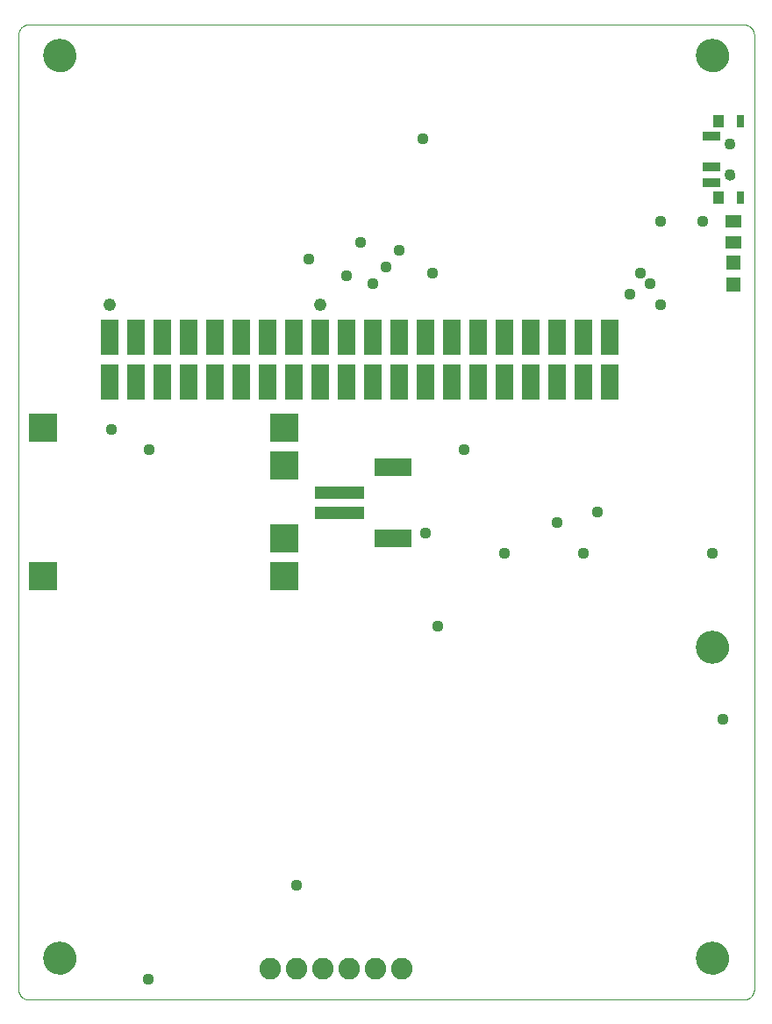
<source format=gbs>
G75*
%MOIN*%
%OFA0B0*%
%FSLAX25Y25*%
%IPPOS*%
%LPD*%
%AMOC8*
5,1,8,0,0,1.08239X$1,22.5*
%
%ADD10C,0.00000*%
%ADD11R,0.06800X0.13800*%
%ADD12R,0.10800X0.10800*%
%ADD13R,0.06312X0.05131*%
%ADD14R,0.05524X0.05524*%
%ADD15R,0.06706X0.03556*%
%ADD16R,0.03162X0.04737*%
%ADD17R,0.03950X0.04737*%
%ADD18C,0.04343*%
%ADD19C,0.12611*%
%ADD20R,0.18910X0.04737*%
%ADD21R,0.14186X0.07099*%
%ADD22C,0.08200*%
%ADD23C,0.04369*%
%ADD24C,0.04762*%
D10*
X0003248Y0006189D02*
X0003248Y0368394D01*
X0003250Y0368518D01*
X0003256Y0368641D01*
X0003265Y0368765D01*
X0003279Y0368887D01*
X0003296Y0369010D01*
X0003318Y0369132D01*
X0003343Y0369253D01*
X0003372Y0369373D01*
X0003404Y0369492D01*
X0003441Y0369611D01*
X0003481Y0369728D01*
X0003524Y0369843D01*
X0003572Y0369958D01*
X0003623Y0370070D01*
X0003677Y0370181D01*
X0003735Y0370291D01*
X0003796Y0370398D01*
X0003861Y0370504D01*
X0003929Y0370607D01*
X0004000Y0370708D01*
X0004074Y0370807D01*
X0004151Y0370904D01*
X0004232Y0370998D01*
X0004315Y0371089D01*
X0004401Y0371178D01*
X0004490Y0371264D01*
X0004581Y0371347D01*
X0004675Y0371428D01*
X0004772Y0371505D01*
X0004871Y0371579D01*
X0004972Y0371650D01*
X0005075Y0371718D01*
X0005181Y0371783D01*
X0005288Y0371844D01*
X0005398Y0371902D01*
X0005509Y0371956D01*
X0005621Y0372007D01*
X0005736Y0372055D01*
X0005851Y0372098D01*
X0005968Y0372138D01*
X0006087Y0372175D01*
X0006206Y0372207D01*
X0006326Y0372236D01*
X0006447Y0372261D01*
X0006569Y0372283D01*
X0006692Y0372300D01*
X0006814Y0372314D01*
X0006938Y0372323D01*
X0007061Y0372329D01*
X0007185Y0372331D01*
X0278839Y0372331D01*
X0278963Y0372329D01*
X0279086Y0372323D01*
X0279210Y0372314D01*
X0279332Y0372300D01*
X0279455Y0372283D01*
X0279577Y0372261D01*
X0279698Y0372236D01*
X0279818Y0372207D01*
X0279937Y0372175D01*
X0280056Y0372138D01*
X0280173Y0372098D01*
X0280288Y0372055D01*
X0280403Y0372007D01*
X0280515Y0371956D01*
X0280626Y0371902D01*
X0280736Y0371844D01*
X0280843Y0371783D01*
X0280949Y0371718D01*
X0281052Y0371650D01*
X0281153Y0371579D01*
X0281252Y0371505D01*
X0281349Y0371428D01*
X0281443Y0371347D01*
X0281534Y0371264D01*
X0281623Y0371178D01*
X0281709Y0371089D01*
X0281792Y0370998D01*
X0281873Y0370904D01*
X0281950Y0370807D01*
X0282024Y0370708D01*
X0282095Y0370607D01*
X0282163Y0370504D01*
X0282228Y0370398D01*
X0282289Y0370291D01*
X0282347Y0370181D01*
X0282401Y0370070D01*
X0282452Y0369958D01*
X0282500Y0369843D01*
X0282543Y0369728D01*
X0282583Y0369611D01*
X0282620Y0369492D01*
X0282652Y0369373D01*
X0282681Y0369253D01*
X0282706Y0369132D01*
X0282728Y0369010D01*
X0282745Y0368887D01*
X0282759Y0368765D01*
X0282768Y0368641D01*
X0282774Y0368518D01*
X0282776Y0368394D01*
X0282776Y0006189D01*
X0282774Y0006065D01*
X0282768Y0005942D01*
X0282759Y0005818D01*
X0282745Y0005696D01*
X0282728Y0005573D01*
X0282706Y0005451D01*
X0282681Y0005330D01*
X0282652Y0005210D01*
X0282620Y0005091D01*
X0282583Y0004972D01*
X0282543Y0004855D01*
X0282500Y0004740D01*
X0282452Y0004625D01*
X0282401Y0004513D01*
X0282347Y0004402D01*
X0282289Y0004292D01*
X0282228Y0004185D01*
X0282163Y0004079D01*
X0282095Y0003976D01*
X0282024Y0003875D01*
X0281950Y0003776D01*
X0281873Y0003679D01*
X0281792Y0003585D01*
X0281709Y0003494D01*
X0281623Y0003405D01*
X0281534Y0003319D01*
X0281443Y0003236D01*
X0281349Y0003155D01*
X0281252Y0003078D01*
X0281153Y0003004D01*
X0281052Y0002933D01*
X0280949Y0002865D01*
X0280843Y0002800D01*
X0280736Y0002739D01*
X0280626Y0002681D01*
X0280515Y0002627D01*
X0280403Y0002576D01*
X0280288Y0002528D01*
X0280173Y0002485D01*
X0280056Y0002445D01*
X0279937Y0002408D01*
X0279818Y0002376D01*
X0279698Y0002347D01*
X0279577Y0002322D01*
X0279455Y0002300D01*
X0279332Y0002283D01*
X0279210Y0002269D01*
X0279086Y0002260D01*
X0278963Y0002254D01*
X0278839Y0002252D01*
X0007185Y0002252D01*
X0007061Y0002254D01*
X0006938Y0002260D01*
X0006814Y0002269D01*
X0006692Y0002283D01*
X0006569Y0002300D01*
X0006447Y0002322D01*
X0006326Y0002347D01*
X0006206Y0002376D01*
X0006087Y0002408D01*
X0005968Y0002445D01*
X0005851Y0002485D01*
X0005736Y0002528D01*
X0005621Y0002576D01*
X0005509Y0002627D01*
X0005398Y0002681D01*
X0005288Y0002739D01*
X0005181Y0002800D01*
X0005075Y0002865D01*
X0004972Y0002933D01*
X0004871Y0003004D01*
X0004772Y0003078D01*
X0004675Y0003155D01*
X0004581Y0003236D01*
X0004490Y0003319D01*
X0004401Y0003405D01*
X0004315Y0003494D01*
X0004232Y0003585D01*
X0004151Y0003679D01*
X0004074Y0003776D01*
X0004000Y0003875D01*
X0003929Y0003976D01*
X0003861Y0004079D01*
X0003796Y0004185D01*
X0003735Y0004292D01*
X0003677Y0004402D01*
X0003623Y0004513D01*
X0003572Y0004625D01*
X0003524Y0004740D01*
X0003481Y0004855D01*
X0003441Y0004972D01*
X0003404Y0005091D01*
X0003372Y0005210D01*
X0003343Y0005330D01*
X0003318Y0005451D01*
X0003296Y0005573D01*
X0003279Y0005696D01*
X0003265Y0005818D01*
X0003256Y0005942D01*
X0003250Y0006065D01*
X0003248Y0006189D01*
X0013090Y0018000D02*
X0013092Y0018153D01*
X0013098Y0018307D01*
X0013108Y0018460D01*
X0013122Y0018612D01*
X0013140Y0018765D01*
X0013162Y0018916D01*
X0013187Y0019067D01*
X0013217Y0019218D01*
X0013251Y0019368D01*
X0013288Y0019516D01*
X0013329Y0019664D01*
X0013374Y0019810D01*
X0013423Y0019956D01*
X0013476Y0020100D01*
X0013532Y0020242D01*
X0013592Y0020383D01*
X0013656Y0020523D01*
X0013723Y0020661D01*
X0013794Y0020797D01*
X0013869Y0020931D01*
X0013946Y0021063D01*
X0014028Y0021193D01*
X0014112Y0021321D01*
X0014200Y0021447D01*
X0014291Y0021570D01*
X0014385Y0021691D01*
X0014483Y0021809D01*
X0014583Y0021925D01*
X0014687Y0022038D01*
X0014793Y0022149D01*
X0014902Y0022257D01*
X0015014Y0022362D01*
X0015128Y0022463D01*
X0015246Y0022562D01*
X0015365Y0022658D01*
X0015487Y0022751D01*
X0015612Y0022840D01*
X0015739Y0022927D01*
X0015868Y0023009D01*
X0015999Y0023089D01*
X0016132Y0023165D01*
X0016267Y0023238D01*
X0016404Y0023307D01*
X0016543Y0023372D01*
X0016683Y0023434D01*
X0016825Y0023492D01*
X0016968Y0023547D01*
X0017113Y0023598D01*
X0017259Y0023645D01*
X0017406Y0023688D01*
X0017554Y0023727D01*
X0017703Y0023763D01*
X0017853Y0023794D01*
X0018004Y0023822D01*
X0018155Y0023846D01*
X0018308Y0023866D01*
X0018460Y0023882D01*
X0018613Y0023894D01*
X0018766Y0023902D01*
X0018919Y0023906D01*
X0019073Y0023906D01*
X0019226Y0023902D01*
X0019379Y0023894D01*
X0019532Y0023882D01*
X0019684Y0023866D01*
X0019837Y0023846D01*
X0019988Y0023822D01*
X0020139Y0023794D01*
X0020289Y0023763D01*
X0020438Y0023727D01*
X0020586Y0023688D01*
X0020733Y0023645D01*
X0020879Y0023598D01*
X0021024Y0023547D01*
X0021167Y0023492D01*
X0021309Y0023434D01*
X0021449Y0023372D01*
X0021588Y0023307D01*
X0021725Y0023238D01*
X0021860Y0023165D01*
X0021993Y0023089D01*
X0022124Y0023009D01*
X0022253Y0022927D01*
X0022380Y0022840D01*
X0022505Y0022751D01*
X0022627Y0022658D01*
X0022746Y0022562D01*
X0022864Y0022463D01*
X0022978Y0022362D01*
X0023090Y0022257D01*
X0023199Y0022149D01*
X0023305Y0022038D01*
X0023409Y0021925D01*
X0023509Y0021809D01*
X0023607Y0021691D01*
X0023701Y0021570D01*
X0023792Y0021447D01*
X0023880Y0021321D01*
X0023964Y0021193D01*
X0024046Y0021063D01*
X0024123Y0020931D01*
X0024198Y0020797D01*
X0024269Y0020661D01*
X0024336Y0020523D01*
X0024400Y0020383D01*
X0024460Y0020242D01*
X0024516Y0020100D01*
X0024569Y0019956D01*
X0024618Y0019810D01*
X0024663Y0019664D01*
X0024704Y0019516D01*
X0024741Y0019368D01*
X0024775Y0019218D01*
X0024805Y0019067D01*
X0024830Y0018916D01*
X0024852Y0018765D01*
X0024870Y0018612D01*
X0024884Y0018460D01*
X0024894Y0018307D01*
X0024900Y0018153D01*
X0024902Y0018000D01*
X0024900Y0017847D01*
X0024894Y0017693D01*
X0024884Y0017540D01*
X0024870Y0017388D01*
X0024852Y0017235D01*
X0024830Y0017084D01*
X0024805Y0016933D01*
X0024775Y0016782D01*
X0024741Y0016632D01*
X0024704Y0016484D01*
X0024663Y0016336D01*
X0024618Y0016190D01*
X0024569Y0016044D01*
X0024516Y0015900D01*
X0024460Y0015758D01*
X0024400Y0015617D01*
X0024336Y0015477D01*
X0024269Y0015339D01*
X0024198Y0015203D01*
X0024123Y0015069D01*
X0024046Y0014937D01*
X0023964Y0014807D01*
X0023880Y0014679D01*
X0023792Y0014553D01*
X0023701Y0014430D01*
X0023607Y0014309D01*
X0023509Y0014191D01*
X0023409Y0014075D01*
X0023305Y0013962D01*
X0023199Y0013851D01*
X0023090Y0013743D01*
X0022978Y0013638D01*
X0022864Y0013537D01*
X0022746Y0013438D01*
X0022627Y0013342D01*
X0022505Y0013249D01*
X0022380Y0013160D01*
X0022253Y0013073D01*
X0022124Y0012991D01*
X0021993Y0012911D01*
X0021860Y0012835D01*
X0021725Y0012762D01*
X0021588Y0012693D01*
X0021449Y0012628D01*
X0021309Y0012566D01*
X0021167Y0012508D01*
X0021024Y0012453D01*
X0020879Y0012402D01*
X0020733Y0012355D01*
X0020586Y0012312D01*
X0020438Y0012273D01*
X0020289Y0012237D01*
X0020139Y0012206D01*
X0019988Y0012178D01*
X0019837Y0012154D01*
X0019684Y0012134D01*
X0019532Y0012118D01*
X0019379Y0012106D01*
X0019226Y0012098D01*
X0019073Y0012094D01*
X0018919Y0012094D01*
X0018766Y0012098D01*
X0018613Y0012106D01*
X0018460Y0012118D01*
X0018308Y0012134D01*
X0018155Y0012154D01*
X0018004Y0012178D01*
X0017853Y0012206D01*
X0017703Y0012237D01*
X0017554Y0012273D01*
X0017406Y0012312D01*
X0017259Y0012355D01*
X0017113Y0012402D01*
X0016968Y0012453D01*
X0016825Y0012508D01*
X0016683Y0012566D01*
X0016543Y0012628D01*
X0016404Y0012693D01*
X0016267Y0012762D01*
X0016132Y0012835D01*
X0015999Y0012911D01*
X0015868Y0012991D01*
X0015739Y0013073D01*
X0015612Y0013160D01*
X0015487Y0013249D01*
X0015365Y0013342D01*
X0015246Y0013438D01*
X0015128Y0013537D01*
X0015014Y0013638D01*
X0014902Y0013743D01*
X0014793Y0013851D01*
X0014687Y0013962D01*
X0014583Y0014075D01*
X0014483Y0014191D01*
X0014385Y0014309D01*
X0014291Y0014430D01*
X0014200Y0014553D01*
X0014112Y0014679D01*
X0014028Y0014807D01*
X0013946Y0014937D01*
X0013869Y0015069D01*
X0013794Y0015203D01*
X0013723Y0015339D01*
X0013656Y0015477D01*
X0013592Y0015617D01*
X0013532Y0015758D01*
X0013476Y0015900D01*
X0013423Y0016044D01*
X0013374Y0016190D01*
X0013329Y0016336D01*
X0013288Y0016484D01*
X0013251Y0016632D01*
X0013217Y0016782D01*
X0013187Y0016933D01*
X0013162Y0017084D01*
X0013140Y0017235D01*
X0013122Y0017388D01*
X0013108Y0017540D01*
X0013098Y0017693D01*
X0013092Y0017847D01*
X0013090Y0018000D01*
X0261122Y0018000D02*
X0261124Y0018153D01*
X0261130Y0018307D01*
X0261140Y0018460D01*
X0261154Y0018612D01*
X0261172Y0018765D01*
X0261194Y0018916D01*
X0261219Y0019067D01*
X0261249Y0019218D01*
X0261283Y0019368D01*
X0261320Y0019516D01*
X0261361Y0019664D01*
X0261406Y0019810D01*
X0261455Y0019956D01*
X0261508Y0020100D01*
X0261564Y0020242D01*
X0261624Y0020383D01*
X0261688Y0020523D01*
X0261755Y0020661D01*
X0261826Y0020797D01*
X0261901Y0020931D01*
X0261978Y0021063D01*
X0262060Y0021193D01*
X0262144Y0021321D01*
X0262232Y0021447D01*
X0262323Y0021570D01*
X0262417Y0021691D01*
X0262515Y0021809D01*
X0262615Y0021925D01*
X0262719Y0022038D01*
X0262825Y0022149D01*
X0262934Y0022257D01*
X0263046Y0022362D01*
X0263160Y0022463D01*
X0263278Y0022562D01*
X0263397Y0022658D01*
X0263519Y0022751D01*
X0263644Y0022840D01*
X0263771Y0022927D01*
X0263900Y0023009D01*
X0264031Y0023089D01*
X0264164Y0023165D01*
X0264299Y0023238D01*
X0264436Y0023307D01*
X0264575Y0023372D01*
X0264715Y0023434D01*
X0264857Y0023492D01*
X0265000Y0023547D01*
X0265145Y0023598D01*
X0265291Y0023645D01*
X0265438Y0023688D01*
X0265586Y0023727D01*
X0265735Y0023763D01*
X0265885Y0023794D01*
X0266036Y0023822D01*
X0266187Y0023846D01*
X0266340Y0023866D01*
X0266492Y0023882D01*
X0266645Y0023894D01*
X0266798Y0023902D01*
X0266951Y0023906D01*
X0267105Y0023906D01*
X0267258Y0023902D01*
X0267411Y0023894D01*
X0267564Y0023882D01*
X0267716Y0023866D01*
X0267869Y0023846D01*
X0268020Y0023822D01*
X0268171Y0023794D01*
X0268321Y0023763D01*
X0268470Y0023727D01*
X0268618Y0023688D01*
X0268765Y0023645D01*
X0268911Y0023598D01*
X0269056Y0023547D01*
X0269199Y0023492D01*
X0269341Y0023434D01*
X0269481Y0023372D01*
X0269620Y0023307D01*
X0269757Y0023238D01*
X0269892Y0023165D01*
X0270025Y0023089D01*
X0270156Y0023009D01*
X0270285Y0022927D01*
X0270412Y0022840D01*
X0270537Y0022751D01*
X0270659Y0022658D01*
X0270778Y0022562D01*
X0270896Y0022463D01*
X0271010Y0022362D01*
X0271122Y0022257D01*
X0271231Y0022149D01*
X0271337Y0022038D01*
X0271441Y0021925D01*
X0271541Y0021809D01*
X0271639Y0021691D01*
X0271733Y0021570D01*
X0271824Y0021447D01*
X0271912Y0021321D01*
X0271996Y0021193D01*
X0272078Y0021063D01*
X0272155Y0020931D01*
X0272230Y0020797D01*
X0272301Y0020661D01*
X0272368Y0020523D01*
X0272432Y0020383D01*
X0272492Y0020242D01*
X0272548Y0020100D01*
X0272601Y0019956D01*
X0272650Y0019810D01*
X0272695Y0019664D01*
X0272736Y0019516D01*
X0272773Y0019368D01*
X0272807Y0019218D01*
X0272837Y0019067D01*
X0272862Y0018916D01*
X0272884Y0018765D01*
X0272902Y0018612D01*
X0272916Y0018460D01*
X0272926Y0018307D01*
X0272932Y0018153D01*
X0272934Y0018000D01*
X0272932Y0017847D01*
X0272926Y0017693D01*
X0272916Y0017540D01*
X0272902Y0017388D01*
X0272884Y0017235D01*
X0272862Y0017084D01*
X0272837Y0016933D01*
X0272807Y0016782D01*
X0272773Y0016632D01*
X0272736Y0016484D01*
X0272695Y0016336D01*
X0272650Y0016190D01*
X0272601Y0016044D01*
X0272548Y0015900D01*
X0272492Y0015758D01*
X0272432Y0015617D01*
X0272368Y0015477D01*
X0272301Y0015339D01*
X0272230Y0015203D01*
X0272155Y0015069D01*
X0272078Y0014937D01*
X0271996Y0014807D01*
X0271912Y0014679D01*
X0271824Y0014553D01*
X0271733Y0014430D01*
X0271639Y0014309D01*
X0271541Y0014191D01*
X0271441Y0014075D01*
X0271337Y0013962D01*
X0271231Y0013851D01*
X0271122Y0013743D01*
X0271010Y0013638D01*
X0270896Y0013537D01*
X0270778Y0013438D01*
X0270659Y0013342D01*
X0270537Y0013249D01*
X0270412Y0013160D01*
X0270285Y0013073D01*
X0270156Y0012991D01*
X0270025Y0012911D01*
X0269892Y0012835D01*
X0269757Y0012762D01*
X0269620Y0012693D01*
X0269481Y0012628D01*
X0269341Y0012566D01*
X0269199Y0012508D01*
X0269056Y0012453D01*
X0268911Y0012402D01*
X0268765Y0012355D01*
X0268618Y0012312D01*
X0268470Y0012273D01*
X0268321Y0012237D01*
X0268171Y0012206D01*
X0268020Y0012178D01*
X0267869Y0012154D01*
X0267716Y0012134D01*
X0267564Y0012118D01*
X0267411Y0012106D01*
X0267258Y0012098D01*
X0267105Y0012094D01*
X0266951Y0012094D01*
X0266798Y0012098D01*
X0266645Y0012106D01*
X0266492Y0012118D01*
X0266340Y0012134D01*
X0266187Y0012154D01*
X0266036Y0012178D01*
X0265885Y0012206D01*
X0265735Y0012237D01*
X0265586Y0012273D01*
X0265438Y0012312D01*
X0265291Y0012355D01*
X0265145Y0012402D01*
X0265000Y0012453D01*
X0264857Y0012508D01*
X0264715Y0012566D01*
X0264575Y0012628D01*
X0264436Y0012693D01*
X0264299Y0012762D01*
X0264164Y0012835D01*
X0264031Y0012911D01*
X0263900Y0012991D01*
X0263771Y0013073D01*
X0263644Y0013160D01*
X0263519Y0013249D01*
X0263397Y0013342D01*
X0263278Y0013438D01*
X0263160Y0013537D01*
X0263046Y0013638D01*
X0262934Y0013743D01*
X0262825Y0013851D01*
X0262719Y0013962D01*
X0262615Y0014075D01*
X0262515Y0014191D01*
X0262417Y0014309D01*
X0262323Y0014430D01*
X0262232Y0014553D01*
X0262144Y0014679D01*
X0262060Y0014807D01*
X0261978Y0014937D01*
X0261901Y0015069D01*
X0261826Y0015203D01*
X0261755Y0015339D01*
X0261688Y0015477D01*
X0261624Y0015617D01*
X0261564Y0015758D01*
X0261508Y0015900D01*
X0261455Y0016044D01*
X0261406Y0016190D01*
X0261361Y0016336D01*
X0261320Y0016484D01*
X0261283Y0016632D01*
X0261249Y0016782D01*
X0261219Y0016933D01*
X0261194Y0017084D01*
X0261172Y0017235D01*
X0261154Y0017388D01*
X0261140Y0017540D01*
X0261130Y0017693D01*
X0261124Y0017847D01*
X0261122Y0018000D01*
X0261122Y0136110D02*
X0261124Y0136263D01*
X0261130Y0136417D01*
X0261140Y0136570D01*
X0261154Y0136722D01*
X0261172Y0136875D01*
X0261194Y0137026D01*
X0261219Y0137177D01*
X0261249Y0137328D01*
X0261283Y0137478D01*
X0261320Y0137626D01*
X0261361Y0137774D01*
X0261406Y0137920D01*
X0261455Y0138066D01*
X0261508Y0138210D01*
X0261564Y0138352D01*
X0261624Y0138493D01*
X0261688Y0138633D01*
X0261755Y0138771D01*
X0261826Y0138907D01*
X0261901Y0139041D01*
X0261978Y0139173D01*
X0262060Y0139303D01*
X0262144Y0139431D01*
X0262232Y0139557D01*
X0262323Y0139680D01*
X0262417Y0139801D01*
X0262515Y0139919D01*
X0262615Y0140035D01*
X0262719Y0140148D01*
X0262825Y0140259D01*
X0262934Y0140367D01*
X0263046Y0140472D01*
X0263160Y0140573D01*
X0263278Y0140672D01*
X0263397Y0140768D01*
X0263519Y0140861D01*
X0263644Y0140950D01*
X0263771Y0141037D01*
X0263900Y0141119D01*
X0264031Y0141199D01*
X0264164Y0141275D01*
X0264299Y0141348D01*
X0264436Y0141417D01*
X0264575Y0141482D01*
X0264715Y0141544D01*
X0264857Y0141602D01*
X0265000Y0141657D01*
X0265145Y0141708D01*
X0265291Y0141755D01*
X0265438Y0141798D01*
X0265586Y0141837D01*
X0265735Y0141873D01*
X0265885Y0141904D01*
X0266036Y0141932D01*
X0266187Y0141956D01*
X0266340Y0141976D01*
X0266492Y0141992D01*
X0266645Y0142004D01*
X0266798Y0142012D01*
X0266951Y0142016D01*
X0267105Y0142016D01*
X0267258Y0142012D01*
X0267411Y0142004D01*
X0267564Y0141992D01*
X0267716Y0141976D01*
X0267869Y0141956D01*
X0268020Y0141932D01*
X0268171Y0141904D01*
X0268321Y0141873D01*
X0268470Y0141837D01*
X0268618Y0141798D01*
X0268765Y0141755D01*
X0268911Y0141708D01*
X0269056Y0141657D01*
X0269199Y0141602D01*
X0269341Y0141544D01*
X0269481Y0141482D01*
X0269620Y0141417D01*
X0269757Y0141348D01*
X0269892Y0141275D01*
X0270025Y0141199D01*
X0270156Y0141119D01*
X0270285Y0141037D01*
X0270412Y0140950D01*
X0270537Y0140861D01*
X0270659Y0140768D01*
X0270778Y0140672D01*
X0270896Y0140573D01*
X0271010Y0140472D01*
X0271122Y0140367D01*
X0271231Y0140259D01*
X0271337Y0140148D01*
X0271441Y0140035D01*
X0271541Y0139919D01*
X0271639Y0139801D01*
X0271733Y0139680D01*
X0271824Y0139557D01*
X0271912Y0139431D01*
X0271996Y0139303D01*
X0272078Y0139173D01*
X0272155Y0139041D01*
X0272230Y0138907D01*
X0272301Y0138771D01*
X0272368Y0138633D01*
X0272432Y0138493D01*
X0272492Y0138352D01*
X0272548Y0138210D01*
X0272601Y0138066D01*
X0272650Y0137920D01*
X0272695Y0137774D01*
X0272736Y0137626D01*
X0272773Y0137478D01*
X0272807Y0137328D01*
X0272837Y0137177D01*
X0272862Y0137026D01*
X0272884Y0136875D01*
X0272902Y0136722D01*
X0272916Y0136570D01*
X0272926Y0136417D01*
X0272932Y0136263D01*
X0272934Y0136110D01*
X0272932Y0135957D01*
X0272926Y0135803D01*
X0272916Y0135650D01*
X0272902Y0135498D01*
X0272884Y0135345D01*
X0272862Y0135194D01*
X0272837Y0135043D01*
X0272807Y0134892D01*
X0272773Y0134742D01*
X0272736Y0134594D01*
X0272695Y0134446D01*
X0272650Y0134300D01*
X0272601Y0134154D01*
X0272548Y0134010D01*
X0272492Y0133868D01*
X0272432Y0133727D01*
X0272368Y0133587D01*
X0272301Y0133449D01*
X0272230Y0133313D01*
X0272155Y0133179D01*
X0272078Y0133047D01*
X0271996Y0132917D01*
X0271912Y0132789D01*
X0271824Y0132663D01*
X0271733Y0132540D01*
X0271639Y0132419D01*
X0271541Y0132301D01*
X0271441Y0132185D01*
X0271337Y0132072D01*
X0271231Y0131961D01*
X0271122Y0131853D01*
X0271010Y0131748D01*
X0270896Y0131647D01*
X0270778Y0131548D01*
X0270659Y0131452D01*
X0270537Y0131359D01*
X0270412Y0131270D01*
X0270285Y0131183D01*
X0270156Y0131101D01*
X0270025Y0131021D01*
X0269892Y0130945D01*
X0269757Y0130872D01*
X0269620Y0130803D01*
X0269481Y0130738D01*
X0269341Y0130676D01*
X0269199Y0130618D01*
X0269056Y0130563D01*
X0268911Y0130512D01*
X0268765Y0130465D01*
X0268618Y0130422D01*
X0268470Y0130383D01*
X0268321Y0130347D01*
X0268171Y0130316D01*
X0268020Y0130288D01*
X0267869Y0130264D01*
X0267716Y0130244D01*
X0267564Y0130228D01*
X0267411Y0130216D01*
X0267258Y0130208D01*
X0267105Y0130204D01*
X0266951Y0130204D01*
X0266798Y0130208D01*
X0266645Y0130216D01*
X0266492Y0130228D01*
X0266340Y0130244D01*
X0266187Y0130264D01*
X0266036Y0130288D01*
X0265885Y0130316D01*
X0265735Y0130347D01*
X0265586Y0130383D01*
X0265438Y0130422D01*
X0265291Y0130465D01*
X0265145Y0130512D01*
X0265000Y0130563D01*
X0264857Y0130618D01*
X0264715Y0130676D01*
X0264575Y0130738D01*
X0264436Y0130803D01*
X0264299Y0130872D01*
X0264164Y0130945D01*
X0264031Y0131021D01*
X0263900Y0131101D01*
X0263771Y0131183D01*
X0263644Y0131270D01*
X0263519Y0131359D01*
X0263397Y0131452D01*
X0263278Y0131548D01*
X0263160Y0131647D01*
X0263046Y0131748D01*
X0262934Y0131853D01*
X0262825Y0131961D01*
X0262719Y0132072D01*
X0262615Y0132185D01*
X0262515Y0132301D01*
X0262417Y0132419D01*
X0262323Y0132540D01*
X0262232Y0132663D01*
X0262144Y0132789D01*
X0262060Y0132917D01*
X0261978Y0133047D01*
X0261901Y0133179D01*
X0261826Y0133313D01*
X0261755Y0133449D01*
X0261688Y0133587D01*
X0261624Y0133727D01*
X0261564Y0133868D01*
X0261508Y0134010D01*
X0261455Y0134154D01*
X0261406Y0134300D01*
X0261361Y0134446D01*
X0261320Y0134594D01*
X0261283Y0134742D01*
X0261249Y0134892D01*
X0261219Y0135043D01*
X0261194Y0135194D01*
X0261172Y0135345D01*
X0261154Y0135498D01*
X0261140Y0135650D01*
X0261130Y0135803D01*
X0261124Y0135957D01*
X0261122Y0136110D01*
X0271752Y0315244D02*
X0271754Y0315328D01*
X0271760Y0315411D01*
X0271770Y0315494D01*
X0271784Y0315577D01*
X0271801Y0315659D01*
X0271823Y0315740D01*
X0271848Y0315819D01*
X0271877Y0315898D01*
X0271910Y0315975D01*
X0271946Y0316050D01*
X0271986Y0316124D01*
X0272029Y0316196D01*
X0272076Y0316265D01*
X0272126Y0316332D01*
X0272179Y0316397D01*
X0272235Y0316459D01*
X0272293Y0316519D01*
X0272355Y0316576D01*
X0272419Y0316629D01*
X0272486Y0316680D01*
X0272555Y0316727D01*
X0272626Y0316772D01*
X0272699Y0316812D01*
X0272774Y0316849D01*
X0272851Y0316883D01*
X0272929Y0316913D01*
X0273008Y0316939D01*
X0273089Y0316962D01*
X0273171Y0316980D01*
X0273253Y0316995D01*
X0273336Y0317006D01*
X0273419Y0317013D01*
X0273503Y0317016D01*
X0273587Y0317015D01*
X0273670Y0317010D01*
X0273754Y0317001D01*
X0273836Y0316988D01*
X0273918Y0316972D01*
X0273999Y0316951D01*
X0274080Y0316927D01*
X0274158Y0316899D01*
X0274236Y0316867D01*
X0274312Y0316831D01*
X0274386Y0316792D01*
X0274458Y0316750D01*
X0274528Y0316704D01*
X0274596Y0316655D01*
X0274661Y0316603D01*
X0274724Y0316548D01*
X0274784Y0316490D01*
X0274842Y0316429D01*
X0274896Y0316365D01*
X0274948Y0316299D01*
X0274996Y0316231D01*
X0275041Y0316160D01*
X0275082Y0316087D01*
X0275121Y0316013D01*
X0275155Y0315937D01*
X0275186Y0315859D01*
X0275213Y0315780D01*
X0275237Y0315699D01*
X0275256Y0315618D01*
X0275272Y0315536D01*
X0275284Y0315453D01*
X0275292Y0315369D01*
X0275296Y0315286D01*
X0275296Y0315202D01*
X0275292Y0315119D01*
X0275284Y0315035D01*
X0275272Y0314952D01*
X0275256Y0314870D01*
X0275237Y0314789D01*
X0275213Y0314708D01*
X0275186Y0314629D01*
X0275155Y0314551D01*
X0275121Y0314475D01*
X0275082Y0314401D01*
X0275041Y0314328D01*
X0274996Y0314257D01*
X0274948Y0314189D01*
X0274896Y0314123D01*
X0274842Y0314059D01*
X0274784Y0313998D01*
X0274724Y0313940D01*
X0274661Y0313885D01*
X0274596Y0313833D01*
X0274528Y0313784D01*
X0274458Y0313738D01*
X0274386Y0313696D01*
X0274312Y0313657D01*
X0274236Y0313621D01*
X0274158Y0313589D01*
X0274080Y0313561D01*
X0273999Y0313537D01*
X0273918Y0313516D01*
X0273836Y0313500D01*
X0273754Y0313487D01*
X0273670Y0313478D01*
X0273587Y0313473D01*
X0273503Y0313472D01*
X0273419Y0313475D01*
X0273336Y0313482D01*
X0273253Y0313493D01*
X0273171Y0313508D01*
X0273089Y0313526D01*
X0273008Y0313549D01*
X0272929Y0313575D01*
X0272851Y0313605D01*
X0272774Y0313639D01*
X0272699Y0313676D01*
X0272626Y0313716D01*
X0272555Y0313761D01*
X0272486Y0313808D01*
X0272419Y0313859D01*
X0272355Y0313912D01*
X0272293Y0313969D01*
X0272235Y0314029D01*
X0272179Y0314091D01*
X0272126Y0314156D01*
X0272076Y0314223D01*
X0272029Y0314292D01*
X0271986Y0314364D01*
X0271946Y0314438D01*
X0271910Y0314513D01*
X0271877Y0314590D01*
X0271848Y0314669D01*
X0271823Y0314748D01*
X0271801Y0314829D01*
X0271784Y0314911D01*
X0271770Y0314994D01*
X0271760Y0315077D01*
X0271754Y0315160D01*
X0271752Y0315244D01*
X0271752Y0327055D02*
X0271754Y0327139D01*
X0271760Y0327222D01*
X0271770Y0327305D01*
X0271784Y0327388D01*
X0271801Y0327470D01*
X0271823Y0327551D01*
X0271848Y0327630D01*
X0271877Y0327709D01*
X0271910Y0327786D01*
X0271946Y0327861D01*
X0271986Y0327935D01*
X0272029Y0328007D01*
X0272076Y0328076D01*
X0272126Y0328143D01*
X0272179Y0328208D01*
X0272235Y0328270D01*
X0272293Y0328330D01*
X0272355Y0328387D01*
X0272419Y0328440D01*
X0272486Y0328491D01*
X0272555Y0328538D01*
X0272626Y0328583D01*
X0272699Y0328623D01*
X0272774Y0328660D01*
X0272851Y0328694D01*
X0272929Y0328724D01*
X0273008Y0328750D01*
X0273089Y0328773D01*
X0273171Y0328791D01*
X0273253Y0328806D01*
X0273336Y0328817D01*
X0273419Y0328824D01*
X0273503Y0328827D01*
X0273587Y0328826D01*
X0273670Y0328821D01*
X0273754Y0328812D01*
X0273836Y0328799D01*
X0273918Y0328783D01*
X0273999Y0328762D01*
X0274080Y0328738D01*
X0274158Y0328710D01*
X0274236Y0328678D01*
X0274312Y0328642D01*
X0274386Y0328603D01*
X0274458Y0328561D01*
X0274528Y0328515D01*
X0274596Y0328466D01*
X0274661Y0328414D01*
X0274724Y0328359D01*
X0274784Y0328301D01*
X0274842Y0328240D01*
X0274896Y0328176D01*
X0274948Y0328110D01*
X0274996Y0328042D01*
X0275041Y0327971D01*
X0275082Y0327898D01*
X0275121Y0327824D01*
X0275155Y0327748D01*
X0275186Y0327670D01*
X0275213Y0327591D01*
X0275237Y0327510D01*
X0275256Y0327429D01*
X0275272Y0327347D01*
X0275284Y0327264D01*
X0275292Y0327180D01*
X0275296Y0327097D01*
X0275296Y0327013D01*
X0275292Y0326930D01*
X0275284Y0326846D01*
X0275272Y0326763D01*
X0275256Y0326681D01*
X0275237Y0326600D01*
X0275213Y0326519D01*
X0275186Y0326440D01*
X0275155Y0326362D01*
X0275121Y0326286D01*
X0275082Y0326212D01*
X0275041Y0326139D01*
X0274996Y0326068D01*
X0274948Y0326000D01*
X0274896Y0325934D01*
X0274842Y0325870D01*
X0274784Y0325809D01*
X0274724Y0325751D01*
X0274661Y0325696D01*
X0274596Y0325644D01*
X0274528Y0325595D01*
X0274458Y0325549D01*
X0274386Y0325507D01*
X0274312Y0325468D01*
X0274236Y0325432D01*
X0274158Y0325400D01*
X0274080Y0325372D01*
X0273999Y0325348D01*
X0273918Y0325327D01*
X0273836Y0325311D01*
X0273754Y0325298D01*
X0273670Y0325289D01*
X0273587Y0325284D01*
X0273503Y0325283D01*
X0273419Y0325286D01*
X0273336Y0325293D01*
X0273253Y0325304D01*
X0273171Y0325319D01*
X0273089Y0325337D01*
X0273008Y0325360D01*
X0272929Y0325386D01*
X0272851Y0325416D01*
X0272774Y0325450D01*
X0272699Y0325487D01*
X0272626Y0325527D01*
X0272555Y0325572D01*
X0272486Y0325619D01*
X0272419Y0325670D01*
X0272355Y0325723D01*
X0272293Y0325780D01*
X0272235Y0325840D01*
X0272179Y0325902D01*
X0272126Y0325967D01*
X0272076Y0326034D01*
X0272029Y0326103D01*
X0271986Y0326175D01*
X0271946Y0326249D01*
X0271910Y0326324D01*
X0271877Y0326401D01*
X0271848Y0326480D01*
X0271823Y0326559D01*
X0271801Y0326640D01*
X0271784Y0326722D01*
X0271770Y0326805D01*
X0271760Y0326888D01*
X0271754Y0326971D01*
X0271752Y0327055D01*
X0261122Y0360520D02*
X0261124Y0360673D01*
X0261130Y0360827D01*
X0261140Y0360980D01*
X0261154Y0361132D01*
X0261172Y0361285D01*
X0261194Y0361436D01*
X0261219Y0361587D01*
X0261249Y0361738D01*
X0261283Y0361888D01*
X0261320Y0362036D01*
X0261361Y0362184D01*
X0261406Y0362330D01*
X0261455Y0362476D01*
X0261508Y0362620D01*
X0261564Y0362762D01*
X0261624Y0362903D01*
X0261688Y0363043D01*
X0261755Y0363181D01*
X0261826Y0363317D01*
X0261901Y0363451D01*
X0261978Y0363583D01*
X0262060Y0363713D01*
X0262144Y0363841D01*
X0262232Y0363967D01*
X0262323Y0364090D01*
X0262417Y0364211D01*
X0262515Y0364329D01*
X0262615Y0364445D01*
X0262719Y0364558D01*
X0262825Y0364669D01*
X0262934Y0364777D01*
X0263046Y0364882D01*
X0263160Y0364983D01*
X0263278Y0365082D01*
X0263397Y0365178D01*
X0263519Y0365271D01*
X0263644Y0365360D01*
X0263771Y0365447D01*
X0263900Y0365529D01*
X0264031Y0365609D01*
X0264164Y0365685D01*
X0264299Y0365758D01*
X0264436Y0365827D01*
X0264575Y0365892D01*
X0264715Y0365954D01*
X0264857Y0366012D01*
X0265000Y0366067D01*
X0265145Y0366118D01*
X0265291Y0366165D01*
X0265438Y0366208D01*
X0265586Y0366247D01*
X0265735Y0366283D01*
X0265885Y0366314D01*
X0266036Y0366342D01*
X0266187Y0366366D01*
X0266340Y0366386D01*
X0266492Y0366402D01*
X0266645Y0366414D01*
X0266798Y0366422D01*
X0266951Y0366426D01*
X0267105Y0366426D01*
X0267258Y0366422D01*
X0267411Y0366414D01*
X0267564Y0366402D01*
X0267716Y0366386D01*
X0267869Y0366366D01*
X0268020Y0366342D01*
X0268171Y0366314D01*
X0268321Y0366283D01*
X0268470Y0366247D01*
X0268618Y0366208D01*
X0268765Y0366165D01*
X0268911Y0366118D01*
X0269056Y0366067D01*
X0269199Y0366012D01*
X0269341Y0365954D01*
X0269481Y0365892D01*
X0269620Y0365827D01*
X0269757Y0365758D01*
X0269892Y0365685D01*
X0270025Y0365609D01*
X0270156Y0365529D01*
X0270285Y0365447D01*
X0270412Y0365360D01*
X0270537Y0365271D01*
X0270659Y0365178D01*
X0270778Y0365082D01*
X0270896Y0364983D01*
X0271010Y0364882D01*
X0271122Y0364777D01*
X0271231Y0364669D01*
X0271337Y0364558D01*
X0271441Y0364445D01*
X0271541Y0364329D01*
X0271639Y0364211D01*
X0271733Y0364090D01*
X0271824Y0363967D01*
X0271912Y0363841D01*
X0271996Y0363713D01*
X0272078Y0363583D01*
X0272155Y0363451D01*
X0272230Y0363317D01*
X0272301Y0363181D01*
X0272368Y0363043D01*
X0272432Y0362903D01*
X0272492Y0362762D01*
X0272548Y0362620D01*
X0272601Y0362476D01*
X0272650Y0362330D01*
X0272695Y0362184D01*
X0272736Y0362036D01*
X0272773Y0361888D01*
X0272807Y0361738D01*
X0272837Y0361587D01*
X0272862Y0361436D01*
X0272884Y0361285D01*
X0272902Y0361132D01*
X0272916Y0360980D01*
X0272926Y0360827D01*
X0272932Y0360673D01*
X0272934Y0360520D01*
X0272932Y0360367D01*
X0272926Y0360213D01*
X0272916Y0360060D01*
X0272902Y0359908D01*
X0272884Y0359755D01*
X0272862Y0359604D01*
X0272837Y0359453D01*
X0272807Y0359302D01*
X0272773Y0359152D01*
X0272736Y0359004D01*
X0272695Y0358856D01*
X0272650Y0358710D01*
X0272601Y0358564D01*
X0272548Y0358420D01*
X0272492Y0358278D01*
X0272432Y0358137D01*
X0272368Y0357997D01*
X0272301Y0357859D01*
X0272230Y0357723D01*
X0272155Y0357589D01*
X0272078Y0357457D01*
X0271996Y0357327D01*
X0271912Y0357199D01*
X0271824Y0357073D01*
X0271733Y0356950D01*
X0271639Y0356829D01*
X0271541Y0356711D01*
X0271441Y0356595D01*
X0271337Y0356482D01*
X0271231Y0356371D01*
X0271122Y0356263D01*
X0271010Y0356158D01*
X0270896Y0356057D01*
X0270778Y0355958D01*
X0270659Y0355862D01*
X0270537Y0355769D01*
X0270412Y0355680D01*
X0270285Y0355593D01*
X0270156Y0355511D01*
X0270025Y0355431D01*
X0269892Y0355355D01*
X0269757Y0355282D01*
X0269620Y0355213D01*
X0269481Y0355148D01*
X0269341Y0355086D01*
X0269199Y0355028D01*
X0269056Y0354973D01*
X0268911Y0354922D01*
X0268765Y0354875D01*
X0268618Y0354832D01*
X0268470Y0354793D01*
X0268321Y0354757D01*
X0268171Y0354726D01*
X0268020Y0354698D01*
X0267869Y0354674D01*
X0267716Y0354654D01*
X0267564Y0354638D01*
X0267411Y0354626D01*
X0267258Y0354618D01*
X0267105Y0354614D01*
X0266951Y0354614D01*
X0266798Y0354618D01*
X0266645Y0354626D01*
X0266492Y0354638D01*
X0266340Y0354654D01*
X0266187Y0354674D01*
X0266036Y0354698D01*
X0265885Y0354726D01*
X0265735Y0354757D01*
X0265586Y0354793D01*
X0265438Y0354832D01*
X0265291Y0354875D01*
X0265145Y0354922D01*
X0265000Y0354973D01*
X0264857Y0355028D01*
X0264715Y0355086D01*
X0264575Y0355148D01*
X0264436Y0355213D01*
X0264299Y0355282D01*
X0264164Y0355355D01*
X0264031Y0355431D01*
X0263900Y0355511D01*
X0263771Y0355593D01*
X0263644Y0355680D01*
X0263519Y0355769D01*
X0263397Y0355862D01*
X0263278Y0355958D01*
X0263160Y0356057D01*
X0263046Y0356158D01*
X0262934Y0356263D01*
X0262825Y0356371D01*
X0262719Y0356482D01*
X0262615Y0356595D01*
X0262515Y0356711D01*
X0262417Y0356829D01*
X0262323Y0356950D01*
X0262232Y0357073D01*
X0262144Y0357199D01*
X0262060Y0357327D01*
X0261978Y0357457D01*
X0261901Y0357589D01*
X0261826Y0357723D01*
X0261755Y0357859D01*
X0261688Y0357997D01*
X0261624Y0358137D01*
X0261564Y0358278D01*
X0261508Y0358420D01*
X0261455Y0358564D01*
X0261406Y0358710D01*
X0261361Y0358856D01*
X0261320Y0359004D01*
X0261283Y0359152D01*
X0261249Y0359302D01*
X0261219Y0359453D01*
X0261194Y0359604D01*
X0261172Y0359755D01*
X0261154Y0359908D01*
X0261140Y0360060D01*
X0261130Y0360213D01*
X0261124Y0360367D01*
X0261122Y0360520D01*
X0013090Y0360520D02*
X0013092Y0360673D01*
X0013098Y0360827D01*
X0013108Y0360980D01*
X0013122Y0361132D01*
X0013140Y0361285D01*
X0013162Y0361436D01*
X0013187Y0361587D01*
X0013217Y0361738D01*
X0013251Y0361888D01*
X0013288Y0362036D01*
X0013329Y0362184D01*
X0013374Y0362330D01*
X0013423Y0362476D01*
X0013476Y0362620D01*
X0013532Y0362762D01*
X0013592Y0362903D01*
X0013656Y0363043D01*
X0013723Y0363181D01*
X0013794Y0363317D01*
X0013869Y0363451D01*
X0013946Y0363583D01*
X0014028Y0363713D01*
X0014112Y0363841D01*
X0014200Y0363967D01*
X0014291Y0364090D01*
X0014385Y0364211D01*
X0014483Y0364329D01*
X0014583Y0364445D01*
X0014687Y0364558D01*
X0014793Y0364669D01*
X0014902Y0364777D01*
X0015014Y0364882D01*
X0015128Y0364983D01*
X0015246Y0365082D01*
X0015365Y0365178D01*
X0015487Y0365271D01*
X0015612Y0365360D01*
X0015739Y0365447D01*
X0015868Y0365529D01*
X0015999Y0365609D01*
X0016132Y0365685D01*
X0016267Y0365758D01*
X0016404Y0365827D01*
X0016543Y0365892D01*
X0016683Y0365954D01*
X0016825Y0366012D01*
X0016968Y0366067D01*
X0017113Y0366118D01*
X0017259Y0366165D01*
X0017406Y0366208D01*
X0017554Y0366247D01*
X0017703Y0366283D01*
X0017853Y0366314D01*
X0018004Y0366342D01*
X0018155Y0366366D01*
X0018308Y0366386D01*
X0018460Y0366402D01*
X0018613Y0366414D01*
X0018766Y0366422D01*
X0018919Y0366426D01*
X0019073Y0366426D01*
X0019226Y0366422D01*
X0019379Y0366414D01*
X0019532Y0366402D01*
X0019684Y0366386D01*
X0019837Y0366366D01*
X0019988Y0366342D01*
X0020139Y0366314D01*
X0020289Y0366283D01*
X0020438Y0366247D01*
X0020586Y0366208D01*
X0020733Y0366165D01*
X0020879Y0366118D01*
X0021024Y0366067D01*
X0021167Y0366012D01*
X0021309Y0365954D01*
X0021449Y0365892D01*
X0021588Y0365827D01*
X0021725Y0365758D01*
X0021860Y0365685D01*
X0021993Y0365609D01*
X0022124Y0365529D01*
X0022253Y0365447D01*
X0022380Y0365360D01*
X0022505Y0365271D01*
X0022627Y0365178D01*
X0022746Y0365082D01*
X0022864Y0364983D01*
X0022978Y0364882D01*
X0023090Y0364777D01*
X0023199Y0364669D01*
X0023305Y0364558D01*
X0023409Y0364445D01*
X0023509Y0364329D01*
X0023607Y0364211D01*
X0023701Y0364090D01*
X0023792Y0363967D01*
X0023880Y0363841D01*
X0023964Y0363713D01*
X0024046Y0363583D01*
X0024123Y0363451D01*
X0024198Y0363317D01*
X0024269Y0363181D01*
X0024336Y0363043D01*
X0024400Y0362903D01*
X0024460Y0362762D01*
X0024516Y0362620D01*
X0024569Y0362476D01*
X0024618Y0362330D01*
X0024663Y0362184D01*
X0024704Y0362036D01*
X0024741Y0361888D01*
X0024775Y0361738D01*
X0024805Y0361587D01*
X0024830Y0361436D01*
X0024852Y0361285D01*
X0024870Y0361132D01*
X0024884Y0360980D01*
X0024894Y0360827D01*
X0024900Y0360673D01*
X0024902Y0360520D01*
X0024900Y0360367D01*
X0024894Y0360213D01*
X0024884Y0360060D01*
X0024870Y0359908D01*
X0024852Y0359755D01*
X0024830Y0359604D01*
X0024805Y0359453D01*
X0024775Y0359302D01*
X0024741Y0359152D01*
X0024704Y0359004D01*
X0024663Y0358856D01*
X0024618Y0358710D01*
X0024569Y0358564D01*
X0024516Y0358420D01*
X0024460Y0358278D01*
X0024400Y0358137D01*
X0024336Y0357997D01*
X0024269Y0357859D01*
X0024198Y0357723D01*
X0024123Y0357589D01*
X0024046Y0357457D01*
X0023964Y0357327D01*
X0023880Y0357199D01*
X0023792Y0357073D01*
X0023701Y0356950D01*
X0023607Y0356829D01*
X0023509Y0356711D01*
X0023409Y0356595D01*
X0023305Y0356482D01*
X0023199Y0356371D01*
X0023090Y0356263D01*
X0022978Y0356158D01*
X0022864Y0356057D01*
X0022746Y0355958D01*
X0022627Y0355862D01*
X0022505Y0355769D01*
X0022380Y0355680D01*
X0022253Y0355593D01*
X0022124Y0355511D01*
X0021993Y0355431D01*
X0021860Y0355355D01*
X0021725Y0355282D01*
X0021588Y0355213D01*
X0021449Y0355148D01*
X0021309Y0355086D01*
X0021167Y0355028D01*
X0021024Y0354973D01*
X0020879Y0354922D01*
X0020733Y0354875D01*
X0020586Y0354832D01*
X0020438Y0354793D01*
X0020289Y0354757D01*
X0020139Y0354726D01*
X0019988Y0354698D01*
X0019837Y0354674D01*
X0019684Y0354654D01*
X0019532Y0354638D01*
X0019379Y0354626D01*
X0019226Y0354618D01*
X0019073Y0354614D01*
X0018919Y0354614D01*
X0018766Y0354618D01*
X0018613Y0354626D01*
X0018460Y0354638D01*
X0018308Y0354654D01*
X0018155Y0354674D01*
X0018004Y0354698D01*
X0017853Y0354726D01*
X0017703Y0354757D01*
X0017554Y0354793D01*
X0017406Y0354832D01*
X0017259Y0354875D01*
X0017113Y0354922D01*
X0016968Y0354973D01*
X0016825Y0355028D01*
X0016683Y0355086D01*
X0016543Y0355148D01*
X0016404Y0355213D01*
X0016267Y0355282D01*
X0016132Y0355355D01*
X0015999Y0355431D01*
X0015868Y0355511D01*
X0015739Y0355593D01*
X0015612Y0355680D01*
X0015487Y0355769D01*
X0015365Y0355862D01*
X0015246Y0355958D01*
X0015128Y0356057D01*
X0015014Y0356158D01*
X0014902Y0356263D01*
X0014793Y0356371D01*
X0014687Y0356482D01*
X0014583Y0356595D01*
X0014483Y0356711D01*
X0014385Y0356829D01*
X0014291Y0356950D01*
X0014200Y0357073D01*
X0014112Y0357199D01*
X0014028Y0357327D01*
X0013946Y0357457D01*
X0013869Y0357589D01*
X0013794Y0357723D01*
X0013723Y0357859D01*
X0013656Y0357997D01*
X0013592Y0358137D01*
X0013532Y0358278D01*
X0013476Y0358420D01*
X0013423Y0358564D01*
X0013374Y0358710D01*
X0013329Y0358856D01*
X0013288Y0359004D01*
X0013251Y0359152D01*
X0013217Y0359302D01*
X0013187Y0359453D01*
X0013162Y0359604D01*
X0013140Y0359755D01*
X0013122Y0359908D01*
X0013108Y0360060D01*
X0013098Y0360213D01*
X0013092Y0360367D01*
X0013090Y0360520D01*
D11*
X0038000Y0253772D03*
X0048000Y0253772D03*
X0058000Y0253772D03*
X0068000Y0253772D03*
X0078000Y0253772D03*
X0088000Y0253772D03*
X0098000Y0253772D03*
X0108000Y0253772D03*
X0118000Y0253772D03*
X0128000Y0253772D03*
X0138000Y0253772D03*
X0148000Y0253772D03*
X0158000Y0253772D03*
X0168000Y0253772D03*
X0178000Y0253772D03*
X0188000Y0253772D03*
X0198000Y0253772D03*
X0208000Y0253772D03*
X0218000Y0253772D03*
X0228000Y0253772D03*
X0228000Y0236772D03*
X0218000Y0236772D03*
X0208000Y0236772D03*
X0198000Y0236772D03*
X0188000Y0236772D03*
X0178000Y0236772D03*
X0168000Y0236772D03*
X0158000Y0236772D03*
X0148000Y0236772D03*
X0138000Y0236772D03*
X0128000Y0236772D03*
X0118000Y0236772D03*
X0108000Y0236772D03*
X0098000Y0236772D03*
X0088000Y0236772D03*
X0078000Y0236772D03*
X0068000Y0236772D03*
X0058000Y0236772D03*
X0048000Y0236772D03*
X0038000Y0236772D03*
D12*
X0012500Y0219378D03*
X0012500Y0163079D03*
X0104232Y0163079D03*
X0104232Y0177449D03*
X0104232Y0205008D03*
X0104232Y0219378D03*
D13*
X0274902Y0289654D03*
X0274902Y0297528D03*
D14*
X0274902Y0281976D03*
X0274902Y0273709D03*
D15*
X0266634Y0312291D03*
X0266634Y0318197D03*
X0266634Y0330008D03*
D16*
X0277461Y0335520D03*
X0277461Y0306780D03*
D17*
X0269193Y0306780D03*
X0269193Y0335520D03*
D18*
X0273524Y0327055D03*
X0273524Y0315244D03*
D19*
X0267028Y0360520D03*
X0267028Y0136110D03*
X0267028Y0018000D03*
X0018996Y0018000D03*
X0018996Y0360520D03*
D20*
X0125114Y0194780D03*
X0125114Y0186906D03*
D21*
X0145587Y0177457D03*
X0145587Y0204228D03*
D22*
X0148917Y0014063D03*
X0138917Y0014063D03*
X0128917Y0014063D03*
X0118917Y0014063D03*
X0108917Y0014063D03*
X0098917Y0014063D03*
D23*
X0108917Y0045559D03*
X0052461Y0010126D03*
X0162697Y0143984D03*
X0158000Y0179417D03*
X0172539Y0210913D03*
X0188000Y0171543D03*
X0207972Y0183354D03*
X0218000Y0171543D03*
X0223130Y0187291D03*
X0267028Y0171543D03*
X0270965Y0108551D03*
X0247343Y0266031D03*
X0243406Y0273906D03*
X0239469Y0277843D03*
X0235531Y0269969D03*
X0247343Y0297528D03*
X0263091Y0297528D03*
X0160728Y0277843D03*
X0148000Y0286504D03*
X0143012Y0280205D03*
X0138000Y0273906D03*
X0128000Y0277055D03*
X0133169Y0289654D03*
X0113484Y0283354D03*
X0156791Y0329024D03*
X0052854Y0210913D03*
X0038681Y0218787D03*
D24*
X0038000Y0266031D03*
X0118000Y0266031D03*
M02*

</source>
